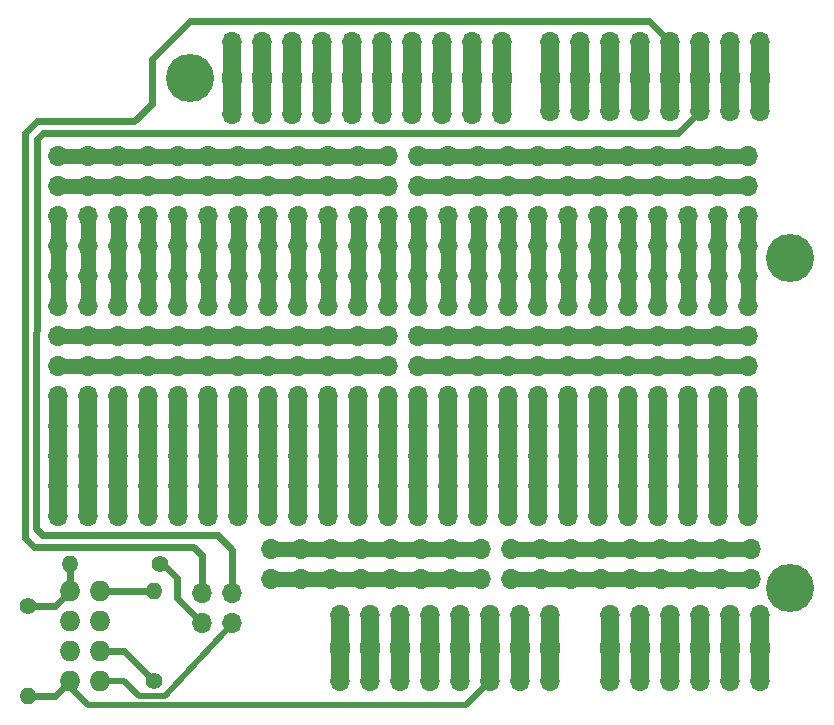
<source format=gbr>
G04 #@! TF.FileFunction,Copper,L1,Top,Signal*
%FSLAX46Y46*%
G04 Gerber Fmt 4.6, Leading zero omitted, Abs format (unit mm)*
G04 Created by KiCad (PCBNEW 4.0.6) date 08/09/17 12:21:06*
%MOMM*%
%LPD*%
G01*
G04 APERTURE LIST*
%ADD10C,0.100000*%
%ADD11O,1.727200X2.032000*%
%ADD12O,1.700000X1.700000*%
%ADD13C,1.400000*%
%ADD14O,1.400000X1.400000*%
%ADD15C,4.064000*%
%ADD16O,1.727200X1.727200*%
%ADD17C,1.250000*%
%ADD18C,1.500000*%
%ADD19C,0.600000*%
%ADD20C,0.250000*%
%ADD21C,0.500000*%
G04 APERTURE END LIST*
D10*
D11*
X129794000Y-75565000D03*
X132334000Y-75565000D03*
X134874000Y-75565000D03*
X137414000Y-75565000D03*
X139954000Y-75565000D03*
X142494000Y-75565000D03*
X145034000Y-75565000D03*
X147574000Y-75565000D03*
X150114000Y-75565000D03*
X152654000Y-75565000D03*
D12*
X129794000Y-78613000D03*
X132334000Y-78613000D03*
X134874000Y-78613000D03*
X137414000Y-78613000D03*
X139954000Y-78613000D03*
X142494000Y-78613000D03*
X145034000Y-78613000D03*
X147574000Y-78613000D03*
X150114000Y-78613000D03*
X152654000Y-78613000D03*
X129794000Y-72517000D03*
X132334000Y-72517000D03*
X134874000Y-72517000D03*
X137414000Y-72517000D03*
X139954000Y-72517000D03*
X142494000Y-72517000D03*
X145034000Y-72517000D03*
X147574000Y-72517000D03*
X150114000Y-72517000D03*
X152654000Y-72517000D03*
X115062000Y-112649000D03*
X115062000Y-110109000D03*
X117602000Y-112649000D03*
X117602000Y-110109000D03*
X120142000Y-112649000D03*
X120142000Y-110109000D03*
X122682000Y-112649000D03*
X122682000Y-110109000D03*
X125222000Y-112649000D03*
X125222000Y-110109000D03*
X127762000Y-112649000D03*
X127762000Y-110109000D03*
X130302000Y-112649000D03*
X130302000Y-110109000D03*
X132842000Y-112649000D03*
X132842000Y-110109000D03*
X135382000Y-112649000D03*
X135382000Y-110109000D03*
X137922000Y-112649000D03*
X137922000Y-110109000D03*
X140462000Y-112649000D03*
X140462000Y-110109000D03*
X143002000Y-112649000D03*
X143002000Y-110109000D03*
X145542000Y-112649000D03*
X145542000Y-110109000D03*
X148082000Y-112649000D03*
X148082000Y-110109000D03*
X150622000Y-112649000D03*
X150622000Y-110109000D03*
X153162000Y-112649000D03*
X153162000Y-110109000D03*
X155702000Y-112649000D03*
X155702000Y-110109000D03*
X158242000Y-112649000D03*
X158242000Y-110109000D03*
X160782000Y-112649000D03*
X160782000Y-110109000D03*
X163322000Y-112649000D03*
X163322000Y-110109000D03*
X165862000Y-112649000D03*
X165862000Y-110109000D03*
X168402000Y-112649000D03*
X168402000Y-110109000D03*
X170942000Y-112649000D03*
X170942000Y-110109000D03*
X173482000Y-112649000D03*
X173482000Y-110109000D03*
X115062000Y-107569000D03*
X115062000Y-105029000D03*
X117602000Y-107569000D03*
X117602000Y-105029000D03*
X120142000Y-107569000D03*
X120142000Y-105029000D03*
X122682000Y-107569000D03*
X122682000Y-105029000D03*
X125222000Y-107569000D03*
X125222000Y-105029000D03*
X127762000Y-107569000D03*
X127762000Y-105029000D03*
X130302000Y-107569000D03*
X130302000Y-105029000D03*
X132842000Y-107569000D03*
X132842000Y-105029000D03*
X135382000Y-107569000D03*
X135382000Y-105029000D03*
X137922000Y-107569000D03*
X137922000Y-105029000D03*
X140462000Y-107569000D03*
X140462000Y-105029000D03*
X143002000Y-107569000D03*
X143002000Y-105029000D03*
X145542000Y-107569000D03*
X145542000Y-105029000D03*
X148082000Y-107569000D03*
X148082000Y-105029000D03*
X150622000Y-107569000D03*
X150622000Y-105029000D03*
X153162000Y-107569000D03*
X153162000Y-105029000D03*
X155702000Y-107569000D03*
X155702000Y-105029000D03*
X158242000Y-107569000D03*
X158242000Y-105029000D03*
X160782000Y-107569000D03*
X160782000Y-105029000D03*
X163322000Y-107569000D03*
X163322000Y-105029000D03*
X165862000Y-107569000D03*
X165862000Y-105029000D03*
X168402000Y-107569000D03*
X168402000Y-105029000D03*
X170942000Y-107569000D03*
X170942000Y-105029000D03*
X173482000Y-107569000D03*
X173482000Y-105029000D03*
X115062000Y-102489000D03*
X115062000Y-99949000D03*
X117602000Y-102489000D03*
X117602000Y-99949000D03*
X120142000Y-102489000D03*
X120142000Y-99949000D03*
X122682000Y-102489000D03*
X122682000Y-99949000D03*
X125222000Y-102489000D03*
X125222000Y-99949000D03*
X127762000Y-102489000D03*
X127762000Y-99949000D03*
X130302000Y-102489000D03*
X130302000Y-99949000D03*
X132842000Y-102489000D03*
X132842000Y-99949000D03*
X135382000Y-102489000D03*
X135382000Y-99949000D03*
X137922000Y-102489000D03*
X137922000Y-99949000D03*
X140462000Y-102489000D03*
X140462000Y-99949000D03*
X143002000Y-102489000D03*
X143002000Y-99949000D03*
X145542000Y-102489000D03*
X145542000Y-99949000D03*
X148082000Y-102489000D03*
X148082000Y-99949000D03*
X150622000Y-102489000D03*
X150622000Y-99949000D03*
X153162000Y-102489000D03*
X153162000Y-99949000D03*
X155702000Y-102489000D03*
X155702000Y-99949000D03*
X158242000Y-102489000D03*
X158242000Y-99949000D03*
X160782000Y-102489000D03*
X160782000Y-99949000D03*
X163322000Y-102489000D03*
X163322000Y-99949000D03*
X165862000Y-102489000D03*
X165862000Y-99949000D03*
X168402000Y-102489000D03*
X168402000Y-99949000D03*
X170942000Y-102489000D03*
X170942000Y-99949000D03*
X173482000Y-102489000D03*
X173482000Y-99949000D03*
X115062000Y-92329000D03*
X115062000Y-89789000D03*
X117602000Y-92329000D03*
X117602000Y-89789000D03*
X120142000Y-92329000D03*
X120142000Y-89789000D03*
X122682000Y-92329000D03*
X122682000Y-89789000D03*
X125222000Y-92329000D03*
X125222000Y-89789000D03*
X127762000Y-92329000D03*
X127762000Y-89789000D03*
X130302000Y-92329000D03*
X130302000Y-89789000D03*
X132842000Y-92329000D03*
X132842000Y-89789000D03*
X135382000Y-92329000D03*
X135382000Y-89789000D03*
X137922000Y-92329000D03*
X137922000Y-89789000D03*
X140462000Y-92329000D03*
X140462000Y-89789000D03*
X143002000Y-92329000D03*
X143002000Y-89789000D03*
X145542000Y-92329000D03*
X145542000Y-89789000D03*
X148082000Y-92329000D03*
X148082000Y-89789000D03*
X150622000Y-92329000D03*
X150622000Y-89789000D03*
X153162000Y-92329000D03*
X153162000Y-89789000D03*
X155702000Y-92329000D03*
X155702000Y-89789000D03*
X158242000Y-92329000D03*
X158242000Y-89789000D03*
X160782000Y-92329000D03*
X160782000Y-89789000D03*
X163322000Y-92329000D03*
X163322000Y-89789000D03*
X165862000Y-92329000D03*
X165862000Y-89789000D03*
X168402000Y-92329000D03*
X168402000Y-89789000D03*
X170942000Y-92329000D03*
X170942000Y-89789000D03*
X173482000Y-92329000D03*
X173482000Y-89789000D03*
X115062000Y-87249000D03*
X115062000Y-84709000D03*
X117602000Y-87249000D03*
X117602000Y-84709000D03*
X120142000Y-87249000D03*
X120142000Y-84709000D03*
X122682000Y-87249000D03*
X122682000Y-84709000D03*
X125222000Y-87249000D03*
X125222000Y-84709000D03*
X127762000Y-87249000D03*
X127762000Y-84709000D03*
X130302000Y-87249000D03*
X130302000Y-84709000D03*
X132842000Y-87249000D03*
X132842000Y-84709000D03*
X135382000Y-87249000D03*
X135382000Y-84709000D03*
X137922000Y-87249000D03*
X137922000Y-84709000D03*
X140462000Y-87249000D03*
X140462000Y-84709000D03*
X143002000Y-87249000D03*
X143002000Y-84709000D03*
X145542000Y-87249000D03*
X145542000Y-84709000D03*
X148082000Y-87249000D03*
X148082000Y-84709000D03*
X150622000Y-87249000D03*
X150622000Y-84709000D03*
X153162000Y-87249000D03*
X153162000Y-84709000D03*
X155702000Y-87249000D03*
X155702000Y-84709000D03*
X158242000Y-87249000D03*
X158242000Y-84709000D03*
X160782000Y-87249000D03*
X160782000Y-84709000D03*
X163322000Y-87249000D03*
X163322000Y-84709000D03*
X165862000Y-87249000D03*
X165862000Y-84709000D03*
X168402000Y-87249000D03*
X168402000Y-84709000D03*
X170942000Y-87249000D03*
X170942000Y-84709000D03*
X173482000Y-87249000D03*
X173482000Y-84709000D03*
X115062000Y-82169000D03*
X117602000Y-82169000D03*
X120142000Y-82169000D03*
X122682000Y-82169000D03*
X125222000Y-82169000D03*
X127762000Y-82169000D03*
X130302000Y-82169000D03*
X132842000Y-82169000D03*
X135382000Y-82169000D03*
X137922000Y-82169000D03*
X140462000Y-82169000D03*
X143002000Y-82169000D03*
X145542000Y-82169000D03*
X148082000Y-82169000D03*
X150622000Y-82169000D03*
X153162000Y-82169000D03*
X155702000Y-82169000D03*
X158242000Y-82169000D03*
X160782000Y-82169000D03*
X163322000Y-82169000D03*
X165862000Y-82169000D03*
X168402000Y-82169000D03*
X170942000Y-82169000D03*
X173482000Y-82169000D03*
D13*
X123190000Y-126619000D03*
D14*
X123190000Y-118999000D03*
D13*
X112522000Y-120269000D03*
D14*
X112522000Y-127889000D03*
D13*
X123698000Y-116713000D03*
D14*
X116078000Y-116713000D03*
D15*
X177038000Y-90805000D03*
X126238000Y-75565000D03*
X177038000Y-118745000D03*
D12*
X115062000Y-97409000D03*
X115062000Y-94869000D03*
X117602000Y-97409000D03*
X117602000Y-94869000D03*
X120142000Y-97409000D03*
X120142000Y-94869000D03*
X122682000Y-97409000D03*
X122682000Y-94869000D03*
X125222000Y-97409000D03*
X125222000Y-94869000D03*
X127762000Y-97409000D03*
X127762000Y-94869000D03*
X130302000Y-97409000D03*
X130302000Y-94869000D03*
X132842000Y-97409000D03*
X132842000Y-94869000D03*
X135382000Y-97409000D03*
X135382000Y-94869000D03*
X137922000Y-97409000D03*
X137922000Y-94869000D03*
X140462000Y-97409000D03*
X140462000Y-94869000D03*
X143002000Y-97409000D03*
X143002000Y-94869000D03*
X145542000Y-97409000D03*
X145542000Y-94869000D03*
X148082000Y-97409000D03*
X148082000Y-94869000D03*
X150622000Y-97409000D03*
X150622000Y-94869000D03*
X153162000Y-97409000D03*
X153162000Y-94869000D03*
X155702000Y-97409000D03*
X155702000Y-94869000D03*
X158242000Y-97409000D03*
X158242000Y-94869000D03*
X160782000Y-97409000D03*
X160782000Y-94869000D03*
X163322000Y-97409000D03*
X163322000Y-94869000D03*
X165862000Y-97409000D03*
X165862000Y-94869000D03*
X168402000Y-97409000D03*
X168402000Y-94869000D03*
X170942000Y-97409000D03*
X170942000Y-94869000D03*
X173482000Y-97409000D03*
X173482000Y-94869000D03*
X156718000Y-72517000D03*
X159258000Y-72517000D03*
X161798000Y-72517000D03*
X164338000Y-72517000D03*
X166878000Y-72517000D03*
X169418000Y-72517000D03*
X171958000Y-72517000D03*
X174498000Y-72517000D03*
X156718000Y-78359000D03*
X159258000Y-78359000D03*
X161798000Y-78359000D03*
X164338000Y-78359000D03*
X166878000Y-78359000D03*
X169418000Y-78359000D03*
X171958000Y-78359000D03*
X174498000Y-78359000D03*
X138938000Y-126619000D03*
X141478000Y-126619000D03*
X144018000Y-126619000D03*
X146558000Y-126619000D03*
X149098000Y-126619000D03*
X151638000Y-126619000D03*
X154178000Y-126619000D03*
X156718000Y-126619000D03*
X138938000Y-121031000D03*
X141478000Y-121031000D03*
X144018000Y-121031000D03*
X146558000Y-121031000D03*
X149098000Y-121031000D03*
X151638000Y-121031000D03*
X154178000Y-121031000D03*
X156718000Y-121031000D03*
D11*
X156718000Y-75565000D03*
X159258000Y-75565000D03*
X161798000Y-75565000D03*
X164338000Y-75565000D03*
X166878000Y-75565000D03*
X169418000Y-75565000D03*
X171958000Y-75565000D03*
X174498000Y-75565000D03*
X138938000Y-123825000D03*
X141478000Y-123825000D03*
X144018000Y-123825000D03*
X146558000Y-123825000D03*
X149098000Y-123825000D03*
X151638000Y-123825000D03*
X154178000Y-123825000D03*
X156718000Y-123825000D03*
D12*
X173736000Y-115443000D03*
X173736000Y-117983000D03*
X171196000Y-115443000D03*
X171196000Y-117983000D03*
X168656000Y-115443000D03*
X168656000Y-117983000D03*
X166116000Y-115443000D03*
X166116000Y-117983000D03*
X163576000Y-115443000D03*
X163576000Y-117983000D03*
X161036000Y-115443000D03*
X161036000Y-117983000D03*
X158496000Y-115443000D03*
X158496000Y-117983000D03*
X155956000Y-115443000D03*
X155956000Y-117983000D03*
X153416000Y-115443000D03*
X153416000Y-117983000D03*
X150876000Y-115443000D03*
X150876000Y-117983000D03*
X148336000Y-115443000D03*
X148336000Y-117983000D03*
X145796000Y-115443000D03*
X145796000Y-117983000D03*
X143256000Y-115443000D03*
X143256000Y-117983000D03*
X140716000Y-115443000D03*
X140716000Y-117983000D03*
X138176000Y-115443000D03*
X138176000Y-117983000D03*
X135636000Y-115443000D03*
X135636000Y-117983000D03*
X133096000Y-115443000D03*
X133096000Y-117983000D03*
X161798000Y-121031000D03*
X164338000Y-121031000D03*
X166878000Y-121031000D03*
X169418000Y-121031000D03*
X171958000Y-121031000D03*
X174498000Y-121031000D03*
X161798000Y-126619000D03*
X164338000Y-126619000D03*
X166878000Y-126619000D03*
X169418000Y-126619000D03*
X171958000Y-126619000D03*
X174498000Y-126619000D03*
D11*
X161798000Y-123825000D03*
X164338000Y-123825000D03*
X166878000Y-123825000D03*
X169418000Y-123825000D03*
X171958000Y-123825000D03*
X174498000Y-123825000D03*
D16*
X118618000Y-126619000D03*
X116078000Y-126619000D03*
X118618000Y-124079000D03*
X116078000Y-124079000D03*
X118618000Y-121539000D03*
X116078000Y-121539000D03*
X118618000Y-118999000D03*
X116078000Y-118999000D03*
D12*
X127250000Y-121750000D03*
X127250000Y-119210000D03*
X129790000Y-121750000D03*
X129790000Y-119210000D03*
D17*
X115062000Y-87249000D02*
X115062000Y-94869000D01*
X117602000Y-87249000D02*
X117602000Y-94869000D01*
X120142000Y-87249000D02*
X120142000Y-94869000D01*
X122682000Y-87249000D02*
X122682000Y-94869000D01*
X125222000Y-87249000D02*
X125222000Y-94869000D01*
X127762000Y-87249000D02*
X127762000Y-94869000D01*
X130302000Y-87249000D02*
X130302000Y-94869000D01*
X132842000Y-87249000D02*
X132842000Y-94869000D01*
X135382000Y-87249000D02*
X135382000Y-94869000D01*
X137922000Y-87249000D02*
X137922000Y-94869000D01*
X140462000Y-87249000D02*
X140462000Y-94869000D01*
X143002000Y-87249000D02*
X143002000Y-94869000D01*
X145542000Y-87249000D02*
X145542000Y-94869000D01*
X148082000Y-87249000D02*
X148082000Y-94869000D01*
X150622000Y-87249000D02*
X150622000Y-94869000D01*
X153162000Y-87249000D02*
X153162000Y-94869000D01*
X155702000Y-87249000D02*
X155702000Y-94869000D01*
X158242000Y-87249000D02*
X158242000Y-94869000D01*
X160782000Y-87249000D02*
X160782000Y-94869000D01*
X163322000Y-87249000D02*
X163322000Y-94869000D01*
X165862000Y-87249000D02*
X165862000Y-94869000D01*
X168402000Y-87249000D02*
X168402000Y-94869000D01*
X170942000Y-87249000D02*
X170942000Y-94869000D01*
X173482000Y-87249000D02*
X173482000Y-94869000D01*
X145542000Y-97409000D02*
X173482000Y-97409000D01*
X115062000Y-97409000D02*
X143002000Y-97409000D01*
X173736000Y-115443000D02*
X153416000Y-115443000D01*
X143002000Y-99949000D02*
X115062000Y-99949000D01*
X173482000Y-99949000D02*
X145542000Y-99949000D01*
X150876000Y-117983000D02*
X133096000Y-117983000D01*
X150876000Y-115443000D02*
X133096000Y-115443000D01*
X173736000Y-117983000D02*
X153416000Y-117983000D01*
X173482000Y-84709000D02*
X145542000Y-84709000D01*
X115062000Y-84709000D02*
X143002000Y-84709000D01*
X143002000Y-82169000D02*
X115062000Y-82169000D01*
X173482000Y-82169000D02*
X145542000Y-82169000D01*
D18*
X138938000Y-121031000D02*
X138938000Y-126619000D01*
X173482000Y-102489000D02*
X173482000Y-112649000D01*
X170942000Y-102489000D02*
X170942000Y-112649000D01*
X168402000Y-102489000D02*
X168402000Y-112649000D01*
X165862000Y-102489000D02*
X165862000Y-112649000D01*
X163322000Y-102489000D02*
X163322000Y-112649000D01*
X160782000Y-102489000D02*
X160782000Y-112649000D01*
X158242000Y-102489000D02*
X158242000Y-112649000D01*
X155702000Y-102489000D02*
X155702000Y-112649000D01*
X153162000Y-102489000D02*
X153162000Y-112649000D01*
X150622000Y-102489000D02*
X150622000Y-112649000D01*
X148082000Y-102489000D02*
X148082000Y-112649000D01*
X145542000Y-102489000D02*
X145542000Y-112649000D01*
X143002000Y-102489000D02*
X143002000Y-112649000D01*
X140462000Y-102489000D02*
X140462000Y-112649000D01*
X137922000Y-102489000D02*
X137922000Y-112649000D01*
X135382000Y-102489000D02*
X135382000Y-112649000D01*
X132842000Y-102489000D02*
X132842000Y-112649000D01*
X130302000Y-102489000D02*
X130302000Y-112649000D01*
X127762000Y-102489000D02*
X127762000Y-112649000D01*
X125222000Y-102489000D02*
X125222000Y-112649000D01*
X122682000Y-102489000D02*
X122682000Y-112649000D01*
X120142000Y-102489000D02*
X120142000Y-112649000D01*
X117602000Y-102489000D02*
X117602000Y-112649000D01*
X115062000Y-102489000D02*
X115062000Y-112649000D01*
X174498000Y-121031000D02*
X174498000Y-126619000D01*
X171958000Y-121031000D02*
X171958000Y-126619000D01*
X169418000Y-121031000D02*
X169418000Y-126619000D01*
X166878000Y-121031000D02*
X166878000Y-126619000D01*
X164338000Y-121031000D02*
X164338000Y-126619000D01*
X161798000Y-121031000D02*
X161798000Y-126619000D01*
X156718000Y-121031000D02*
X156718000Y-126619000D01*
X154178000Y-121031000D02*
X154178000Y-126619000D01*
X149098000Y-121031000D02*
X149098000Y-126619000D01*
X144018000Y-121031000D02*
X144018000Y-126619000D01*
X141478000Y-121031000D02*
X141478000Y-126619000D01*
X164338000Y-72517000D02*
X164338000Y-78359000D01*
X161798000Y-72517000D02*
X161798000Y-78359000D01*
X159258000Y-72517000D02*
X159258000Y-78359000D01*
X156718000Y-72517000D02*
X156718000Y-78359000D01*
X152654000Y-72517000D02*
X152654000Y-78613000D01*
X150114000Y-72517000D02*
X150114000Y-78613000D01*
X147574000Y-72517000D02*
X147574000Y-78613000D01*
X145034000Y-72517000D02*
X145034000Y-78613000D01*
X142494000Y-72517000D02*
X142494000Y-78613000D01*
X139954000Y-72517000D02*
X139954000Y-78613000D01*
X137414000Y-72517000D02*
X137414000Y-78613000D01*
X134874000Y-72517000D02*
X134874000Y-78613000D01*
X132334000Y-72517000D02*
X132334000Y-78613000D01*
X129794000Y-72517000D02*
X129794000Y-78613000D01*
X171958000Y-72517000D02*
X171958000Y-78359000D01*
D19*
X171958000Y-72517000D02*
X171958000Y-75565000D01*
D20*
X146558000Y-121031000D02*
X146558000Y-123825000D01*
D18*
X146558000Y-121031000D02*
X146558000Y-126619000D01*
D21*
X116078000Y-126619000D02*
X116078000Y-127127000D01*
X116078000Y-127127000D02*
X117602000Y-128651000D01*
X149606000Y-128651000D02*
X151638000Y-126619000D01*
X117602000Y-128651000D02*
X149606000Y-128651000D01*
D19*
X112522000Y-127889000D02*
X114808000Y-127889000D01*
X114808000Y-127889000D02*
X116078000Y-126619000D01*
D18*
X151638000Y-121031000D02*
X151638000Y-126619000D01*
D20*
X151638000Y-126619000D02*
X151638000Y-123825000D01*
X114808000Y-127889000D02*
X116078000Y-126619000D01*
D19*
X166878000Y-72517000D02*
X166878000Y-75565000D01*
D18*
X166878000Y-72517000D02*
X166878000Y-78359000D01*
D19*
X127250000Y-119210000D02*
X127250000Y-116000000D01*
X127250000Y-116000000D02*
X126500000Y-115250000D01*
X126500000Y-115250000D02*
X113000000Y-115250000D01*
X113000000Y-115250000D02*
X112250000Y-114500000D01*
X112250000Y-114500000D02*
X112250000Y-80250000D01*
X112250000Y-80250000D02*
X113250000Y-79250000D01*
X113250000Y-79250000D02*
X121500000Y-79250000D01*
X121500000Y-79250000D02*
X123000000Y-77750000D01*
X123000000Y-77750000D02*
X123000000Y-74000000D01*
X123000000Y-74000000D02*
X126250000Y-70750000D01*
X126250000Y-70750000D02*
X165111000Y-70750000D01*
X165111000Y-70750000D02*
X166878000Y-72517000D01*
D18*
X169418000Y-72517000D02*
X169418000Y-78359000D01*
D19*
X129790000Y-119210000D02*
X129790000Y-115540000D01*
X167527000Y-80250000D02*
X169418000Y-78359000D01*
X113750000Y-80250000D02*
X167527000Y-80250000D01*
X113250000Y-80750000D02*
X113750000Y-80250000D01*
X113200000Y-113700000D02*
X113250000Y-80750000D01*
X113700000Y-114300000D02*
X113200000Y-113700000D01*
X128600000Y-114300000D02*
X113700000Y-114300000D01*
X129790000Y-115540000D02*
X128600000Y-114300000D01*
X169418000Y-78359000D02*
X169418000Y-75565000D01*
D18*
X174498000Y-72517000D02*
X174498000Y-78359000D01*
D19*
X174498000Y-78359000D02*
X174498000Y-75565000D01*
X118618000Y-118999000D02*
X123190000Y-118999000D01*
D20*
X123190000Y-118999000D02*
X123444000Y-118999000D01*
D19*
X123698000Y-116713000D02*
X123913000Y-116713000D01*
X123913000Y-116713000D02*
X125100000Y-117900000D01*
X125100000Y-117900000D02*
X125100000Y-119600000D01*
X125100000Y-119600000D02*
X127250000Y-121750000D01*
D20*
X127250000Y-121750000D02*
X127254000Y-121793000D01*
D21*
X124100000Y-127900000D02*
X129794000Y-121793000D01*
X121920000Y-127889000D02*
X124100000Y-127900000D01*
X118618000Y-126619000D02*
X120650000Y-126619000D01*
X120650000Y-126619000D02*
X121920000Y-127889000D01*
D19*
X118618000Y-124079000D02*
X120650000Y-124079000D01*
X120650000Y-124079000D02*
X123190000Y-126619000D01*
D20*
X120650000Y-124079000D02*
X123190000Y-126619000D01*
D19*
X116078000Y-116713000D02*
X116078000Y-118999000D01*
X112522000Y-120269000D02*
X114808000Y-120269000D01*
X114808000Y-120269000D02*
X116078000Y-118999000D01*
D20*
X114808000Y-120269000D02*
X116078000Y-118999000D01*
M02*

</source>
